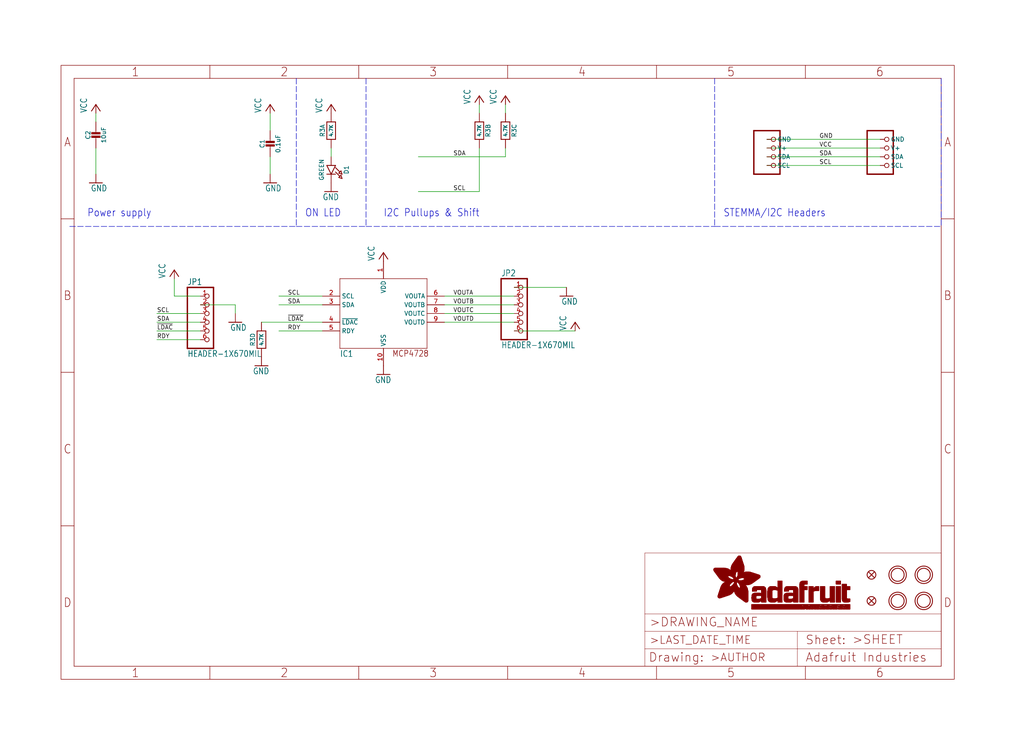
<source format=kicad_sch>
(kicad_sch (version 20211123) (generator eeschema)
  (paper "User" 298.45 217.881)
  (lib_symbols
    (symbol "eagleSchem-eagle-import:CAP_CERAMIC0603_NO"
      (property "Reference" "C" (at -2.29 1.25 90))
      (property "Value" "CAP_CERAMIC0603_NO" (at 2.3 1.25 90))
      (symbol "CAP_CERAMIC0603_NO_1_0"
        (pin passive line (at 0 5.08 270) (length 2.54) (name "1") (number "1"))
        (pin passive line (at 0 -2.54 90) (length 2.54) (name "2") (number "2"))
      )
    )
    (symbol "eagleSchem-eagle-import:CAP_CERAMIC0805-NOOUTLINE"
      (property "Reference" "C" (at -2.29 1.25 90))
      (property "Value" "CAP_CERAMIC0805-NOOUTLINE" (at 2.3 1.25 90))
      (symbol "CAP_CERAMIC0805-NOOUTLINE_1_0"
        (pin passive line (at 0 5.08 270) (length 2.54) (name "1") (number "1"))
        (pin passive line (at 0 -2.54 90) (length 2.54) (name "2") (number "2"))
      )
    )
    (symbol "eagleSchem-eagle-import:FIDUCIAL_1MM")
    (symbol "eagleSchem-eagle-import:FRAME_A4_ADAFRUIT"
      (symbol "FRAME_A4_ADAFRUIT_1_0"
        (text "1" (at 21.6958 1.905 0) (effects (font (size 2.54 2.286))))
        (text "1" (at 21.6958 177.165 0) (effects (font (size 2.54 2.286))))
        (text "2" (at 65.0875 1.905 0) (effects (font (size 2.54 2.286))))
        (text "2" (at 65.0875 177.165 0) (effects (font (size 2.54 2.286))))
        (text "3" (at 108.4792 1.905 0) (effects (font (size 2.54 2.286))))
        (text "3" (at 108.4792 177.165 0) (effects (font (size 2.54 2.286))))
        (text "4" (at 151.8708 1.905 0) (effects (font (size 2.54 2.286))))
        (text "4" (at 151.8708 177.165 0) (effects (font (size 2.54 2.286))))
        (text "5" (at 195.2625 1.905 0) (effects (font (size 2.54 2.286))))
        (text "5" (at 195.2625 177.165 0) (effects (font (size 2.54 2.286))))
        (text "6" (at 238.6542 1.905 0) (effects (font (size 2.54 2.286))))
        (text "6" (at 238.6542 177.165 0) (effects (font (size 2.54 2.286))))
        (text ">AUTHOR" (at 189.23 5.08 0) (effects (font (size 2.286 2.286)) (justify left bottom)))
        (text ">DRAWING_NAME" (at 171.45 15.24 0) (effects (font (size 2.54 2.54)) (justify left bottom)))
        (text ">LAST_DATE_TIME" (at 171.45 10.16 0) (effects (font (size 2.286 2.286)) (justify left bottom)))
        (text ">SHEET" (at 230.505 10.16 0) (effects (font (size 2.54 2.54)) (justify left bottom)))
        (text "A" (at 1.905 156.6863 0) (effects (font (size 2.54 2.286))))
        (text "A" (at 258.445 156.6863 0) (effects (font (size 2.54 2.286))))
        (text "Adafruit Industries" (at 216.916 4.953 0) (effects (font (size 2.54 2.54)) (justify left bottom)))
        (text "B" (at 1.905 111.9188 0) (effects (font (size 2.54 2.286))))
        (text "B" (at 258.445 111.9188 0) (effects (font (size 2.54 2.286))))
        (text "C" (at 1.905 67.1513 0) (effects (font (size 2.54 2.286))))
        (text "C" (at 258.445 67.1513 0) (effects (font (size 2.54 2.286))))
        (text "D" (at 1.905 22.3838 0) (effects (font (size 2.54 2.286))))
        (text "D" (at 258.445 22.3838 0) (effects (font (size 2.54 2.286))))
        (text "Drawing:" (at 171.196 4.953 0) (effects (font (size 2.54 2.54)) (justify left bottom)))
        (text "Sheet:" (at 216.916 10.033 0) (effects (font (size 2.54 2.54)) (justify left bottom)))
      )
    )
    (symbol "eagleSchem-eagle-import:GND" (power)
      (property "Value" "GND" (at -2.54 -2.54 0))
      (symbol "GND_1_0"
        (pin power_in line (at 0 2.54 270) (length 2.54) (name "GND") (number "1"))
      )
    )
    (symbol "eagleSchem-eagle-import:HEADER-1X670MIL"
      (property "Reference" "JP" (at -6.35 10.795 0))
      (property "Value" "HEADER-1X670MIL" (at -6.35 -10.16 0))
      (symbol "HEADER-1X670MIL_1_0"
        (pin passive inverted (at -2.54 7.62 0) (length 2.54) (name "1") (number "1"))
        (pin passive inverted (at -2.54 5.08 0) (length 2.54) (name "2") (number "2"))
        (pin passive inverted (at -2.54 2.54 0) (length 2.54) (name "3") (number "3"))
        (pin passive inverted (at -2.54 0 0) (length 2.54) (name "4") (number "4"))
        (pin passive inverted (at -2.54 -2.54 0) (length 2.54) (name "5") (number "5"))
        (pin passive inverted (at -2.54 -5.08 0) (length 2.54) (name "6") (number "6"))
      )
    )
    (symbol "eagleSchem-eagle-import:LED0603_NOOUTLINE"
      (property "Reference" "D" (at -1.27 4.445 0))
      (property "Value" "LED0603_NOOUTLINE" (at -1.27 -2.794 0))
      (symbol "LED0603_NOOUTLINE_1_0"
        (pin passive line (at -5.08 0 0) (length 2.54) (name "A") (number "A"))
        (pin passive line (at 2.54 0 180) (length 2.54) (name "C") (number "C"))
      )
    )
    (symbol "eagleSchem-eagle-import:MCP4728"
      (property "Reference" "IC" (at -12.7 -12.7 0))
      (symbol "MCP4728_1_0"
        (text "MCP4728" (at 2.54 -12.7 0) (effects (font (size 1.778 1.5113)) (justify left bottom)))
        (pin power_in line (at 0 15.24 270) (length 5.08) (name "VDD") (number "1"))
        (pin power_in line (at 0 -15.24 90) (length 5.08) (name "VSS") (number "10"))
        (pin bidirectional line (at -17.78 5.08 0) (length 5.08) (name "SCL") (number "2"))
        (pin bidirectional line (at -17.78 2.54 0) (length 5.08) (name "SDA") (number "3"))
        (pin input line (at -17.78 -2.54 0) (length 5.08) (name "~{LDAC}") (number "4"))
        (pin output line (at -17.78 -5.08 0) (length 5.08) (name "RDY") (number "5"))
        (pin output line (at 17.78 5.08 180) (length 5.08) (name "VOUTA") (number "6"))
        (pin output line (at 17.78 2.54 180) (length 5.08) (name "VOUTB") (number "7"))
        (pin output line (at 17.78 0 180) (length 5.08) (name "VOUTC") (number "8"))
        (pin output line (at 17.78 -2.54 180) (length 5.08) (name "VOUTD") (number "9"))
      )
    )
    (symbol "eagleSchem-eagle-import:MOUNTINGHOLE2.5")
    (symbol "eagleSchem-eagle-import:RESISTOR_4PACK"
      (property "Reference" "R" (at 0 2.54 0))
      (property "Value" "RESISTOR_4PACK" (at 0 0 0))
      (symbol "RESISTOR_4PACK_1_0"
        (pin passive line (at -5.08 0 0) (length 2.54) (name "1") (number "1"))
        (pin passive line (at 5.08 0 180) (length 2.54) (name "2") (number "8"))
      )
      (symbol "RESISTOR_4PACK_2_0"
        (pin passive line (at -5.08 0 0) (length 2.54) (name "1") (number "2"))
        (pin passive line (at 5.08 0 180) (length 2.54) (name "2") (number "7"))
      )
      (symbol "RESISTOR_4PACK_3_0"
        (pin passive line (at -5.08 0 0) (length 2.54) (name "1") (number "3"))
        (pin passive line (at 5.08 0 180) (length 2.54) (name "2") (number "6"))
      )
      (symbol "RESISTOR_4PACK_4_0"
        (pin passive line (at -5.08 0 0) (length 2.54) (name "1") (number "4"))
        (pin passive line (at 5.08 0 180) (length 2.54) (name "2") (number "5"))
      )
    )
    (symbol "eagleSchem-eagle-import:STEMMA_I2C_QT"
      (symbol "STEMMA_I2C_QT_1_0"
        (pin passive inverted (at 0 5.08 0) (length 2.54) (name "GND") (number "1"))
        (pin passive inverted (at 0 2.54 0) (length 2.54) (name "V+") (number "2"))
        (pin passive inverted (at 0 0 0) (length 2.54) (name "SDA") (number "3"))
        (pin passive inverted (at 0 -2.54 0) (length 2.54) (name "SCL") (number "4"))
      )
      (symbol "STEMMA_I2C_QT_2_0"
        (pin bidirectional line (at 0 0 0) (length 5.08) (name "MT") (number "MT1"))
      )
      (symbol "STEMMA_I2C_QT_3_0"
        (pin bidirectional line (at 0 0 0) (length 5.08) (name "MT") (number "MT2"))
      )
    )
    (symbol "eagleSchem-eagle-import:VCC" (power)
      (property "Value" "VCC" (at -2.54 -2.54 90))
      (symbol "VCC_1_0"
        (pin power_in line (at 0 -2.54 90) (length 2.54) (name "VCC") (number "1"))
      )
    )
  )
  (polyline (pts (xy 208.28 66.04) (xy 274.32 66.04)))
  (wire (pts (xy 139.7 30.48) (xy 139.7 33.02)))
  (wire (pts (xy 93.98 96.52) (xy 81.28 96.52)))
  (wire (pts (xy 147.32 33.02) (xy 147.32 30.48)))
  (wire (pts (xy 96.52 45.72) (xy 96.52 43.18)))
  (wire (pts (xy 81.28 88.9) (xy 93.98 88.9)))
  (wire (pts (xy 58.42 88.9) (xy 68.58 88.9)))
  (wire (pts (xy 223.52 48.26) (xy 256.54 48.26)))
  (wire (pts (xy 165.1 83.82) (xy 149.86 83.82)))
  (wire (pts (xy 27.94 50.8) (xy 27.94 43.18)))
  (wire (pts (xy 58.42 96.52) (xy 45.72 96.52)))
  (wire (pts (xy 50.8 86.36) (xy 50.8 81.28)))
  (polyline (pts (xy 20.32 66.04) (xy 86.36 66.04)))
  (wire (pts (xy 167.64 96.52) (xy 149.86 96.52)))
  (polyline (pts (xy 106.68 66.04) (xy 208.28 66.04)))
  (wire (pts (xy 58.42 86.36) (xy 50.8 86.36)))
  (polyline (pts (xy 274.32 22.86) (xy 274.32 66.04)))
  (polyline (pts (xy 86.36 22.86) (xy 86.36 66.04)))
  (wire (pts (xy 223.52 43.18) (xy 256.54 43.18)))
  (wire (pts (xy 93.98 86.36) (xy 81.28 86.36)))
  (wire (pts (xy 78.74 33.02) (xy 78.74 38.1)))
  (wire (pts (xy 93.98 93.98) (xy 76.2 93.98)))
  (wire (pts (xy 256.54 45.72) (xy 223.52 45.72)))
  (wire (pts (xy 256.54 40.64) (xy 223.52 40.64)))
  (wire (pts (xy 58.42 93.98) (xy 45.72 93.98)))
  (wire (pts (xy 68.58 88.9) (xy 68.58 91.44)))
  (wire (pts (xy 27.94 33.02) (xy 27.94 35.56)))
  (wire (pts (xy 149.86 86.36) (xy 129.54 86.36)))
  (wire (pts (xy 139.7 43.18) (xy 139.7 55.88)))
  (wire (pts (xy 149.86 93.98) (xy 129.54 93.98)))
  (polyline (pts (xy 86.36 66.04) (xy 106.68 66.04)))
  (wire (pts (xy 78.74 45.72) (xy 78.74 50.8)))
  (wire (pts (xy 139.7 55.88) (xy 121.92 55.88)))
  (wire (pts (xy 58.42 91.44) (xy 45.72 91.44)))
  (wire (pts (xy 147.32 45.72) (xy 121.92 45.72)))
  (polyline (pts (xy 106.68 22.86) (xy 106.68 66.04)))
  (wire (pts (xy 149.86 88.9) (xy 129.54 88.9)))
  (wire (pts (xy 149.86 91.44) (xy 129.54 91.44)))
  (wire (pts (xy 147.32 43.18) (xy 147.32 45.72)))
  (wire (pts (xy 58.42 99.06) (xy 45.72 99.06)))
  (polyline (pts (xy 208.28 22.86) (xy 208.28 66.04)))
  (text "ON LED" (at 88.9 63.5 180) (effects (font (size 2.1844 1.8567)) (justify left bottom)))
  (text "Power supply" (at 25.4 63.5 180) (effects (font (size 2.1844 1.8567)) (justify left bottom)))
  (text "I2C Pullups & Shift" (at 111.76 63.5 180) (effects (font (size 2.1844 1.8567)) (justify left bottom)))
  (text "STEMMA/I2C Headers" (at 210.82 63.5 180) (effects (font (size 2.1844 1.8567)) (justify left bottom)))
  (label "GND" (at 238.76 40.64 0) (effects (font (size 1.2446 1.2446))))
  (label "RDY" (at 83.82 96.52 0) (effects (font (size 1.2446 1.2446))))
  (label "SCL" (at 238.76 48.26 0) (effects (font (size 1.2446 1.2446))))
  (label "SCL" (at 132.08 55.88 0) (effects (font (size 1.2446 1.2446))))
  (label "VOUTB" (at 132.08 88.9 0) (effects (font (size 1.2446 1.2446))))
  (label "SCL" (at 83.82 86.36 0) (effects (font (size 1.2446 1.2446))))
  (label "VOUTC" (at 132.08 91.44 0) (effects (font (size 1.2446 1.2446))))
  (label "SCL" (at 45.72 91.44 0) (effects (font (size 1.2446 1.2446))))
  (label "VOUTA" (at 132.08 86.36 0) (effects (font (size 1.2446 1.2446))))
  (label "SDA" (at 45.72 93.98 0) (effects (font (size 1.2446 1.2446))))
  (label "SDA" (at 132.08 45.72 0) (effects (font (size 1.2446 1.2446))))
  (label "SDA" (at 238.76 45.72 0) (effects (font (size 1.2446 1.2446))))
  (label "VOUTD" (at 132.08 93.98 0) (effects (font (size 1.2446 1.2446))))
  (label "~{LDAC}" (at 45.72 96.52 0) (effects (font (size 1.2446 1.2446))))
  (label "RDY" (at 45.72 99.06 0) (effects (font (size 1.2446 1.2446))))
  (label "VCC" (at 238.76 43.18 0) (effects (font (size 1.2446 1.2446))))
  (label "~{LDAC}" (at 83.82 93.98 0) (effects (font (size 1.2446 1.2446))))
  (label "SDA" (at 83.82 88.9 0) (effects (font (size 1.2446 1.2446))))
  (symbol (lib_id "eagleSchem-eagle-import:VCC") (at 111.76 73.66 0) (unit 1)
    (property "Reference" "#P+7" (effects hide))
    (property "Value" "VCC" (at 109.22 76.2 90) (effects (font (size 1.778 1.5113)) (justify left bottom)))
    (property "Footprint" "eagleSchem:" (effects hide))
  )
  (symbol (lib_id "eagleSchem-eagle-import:FRAME_A4_ADAFRUIT") (at 17.78 198.12 0) (unit 1)
    (property "Reference" "#U$18" (effects hide))
    (property "Value" "FRAME_A4_ADAFRUIT" (effects hide))
    (property "Footprint" "eagleSchem:" (effects hide))
  )
  (symbol (lib_id "eagleSchem-eagle-import:LED0603_NOOUTLINE") (at 96.52 50.8 270) (unit 1)
    (property "Reference" "D1" (at 100.965 49.53 0))
    (property "Value" "GREEN" (at 93.726 49.53 0))
    (property "Footprint" "eagleSchem:CHIPLED_0603_NOOUTLINE" (effects hide))
  )
  (symbol (lib_id "eagleSchem-eagle-import:RESISTOR_4PACK") (at 147.32 38.1 270) (unit 3)
    (property "Reference" "R3" (at 149.86 38.1 0))
    (property "Value" "4.7K" (at 147.32 38.1 0) (effects (font (size 1.016 1.016) bold)))
    (property "Footprint" "eagleSchem:RESPACK_4X0603" (effects hide))
  )
  (symbol (lib_id "eagleSchem-eagle-import:GND") (at 111.76 109.22 0) (unit 1)
    (property "Reference" "#GND1" (effects hide))
    (property "Value" "GND" (at 109.22 111.76 0) (effects (font (size 1.778 1.5113)) (justify left bottom)))
    (property "Footprint" "eagleSchem:" (effects hide))
  )
  (symbol (lib_id "eagleSchem-eagle-import:VCC") (at 147.32 27.94 0) (unit 1)
    (property "Reference" "#P+2" (effects hide))
    (property "Value" "VCC" (at 144.78 30.48 90) (effects (font (size 1.778 1.5113)) (justify left bottom)))
    (property "Footprint" "eagleSchem:" (effects hide))
  )
  (symbol (lib_id "eagleSchem-eagle-import:RESISTOR_4PACK") (at 139.7 38.1 270) (unit 2)
    (property "Reference" "R3" (at 142.24 38.1 0))
    (property "Value" "4.7K" (at 139.7 38.1 0) (effects (font (size 1.016 1.016) bold)))
    (property "Footprint" "eagleSchem:RESPACK_4X0603" (effects hide))
  )
  (symbol (lib_id "eagleSchem-eagle-import:GND") (at 96.52 55.88 0) (unit 1)
    (property "Reference" "#GND6" (effects hide))
    (property "Value" "GND" (at 93.98 58.42 0) (effects (font (size 1.778 1.5113)) (justify left bottom)))
    (property "Footprint" "eagleSchem:" (effects hide))
  )
  (symbol (lib_id "eagleSchem-eagle-import:CAP_CERAMIC0603_NO") (at 78.74 43.18 0) (unit 1)
    (property "Reference" "C1" (at 76.45 41.93 90))
    (property "Value" "0.1uF" (at 81.04 41.93 90))
    (property "Footprint" "eagleSchem:0603-NO" (effects hide))
  )
  (symbol (lib_id "eagleSchem-eagle-import:RESISTOR_4PACK") (at 96.52 38.1 90) (unit 1)
    (property "Reference" "R3" (at 93.98 38.1 0))
    (property "Value" "4.7K" (at 96.52 38.1 0) (effects (font (size 1.016 1.016) bold)))
    (property "Footprint" "eagleSchem:RESPACK_4X0603" (effects hide))
  )
  (symbol (lib_id "eagleSchem-eagle-import:STEMMA_I2C_QT") (at 223.52 45.72 0) (unit 1)
    (property "Reference" "CONN3" (effects hide))
    (property "Value" "STEMMA_I2C_QT" (effects hide))
    (property "Footprint" "eagleSchem:JST_SH4" (effects hide))
  )
  (symbol (lib_id "eagleSchem-eagle-import:MOUNTINGHOLE2.5") (at 261.62 175.26 0) (unit 1)
    (property "Reference" "U$1" (effects hide))
    (property "Value" "MOUNTINGHOLE2.5" (effects hide))
    (property "Footprint" "eagleSchem:MOUNTINGHOLE_2.5_PLATED" (effects hide))
  )
  (symbol (lib_id "eagleSchem-eagle-import:RESISTOR_4PACK") (at 76.2 99.06 90) (unit 4)
    (property "Reference" "R3" (at 73.66 99.06 0))
    (property "Value" "4.7K" (at 76.2 99.06 0) (effects (font (size 1.016 1.016) bold)))
    (property "Footprint" "eagleSchem:RESPACK_4X0603" (effects hide))
  )
  (symbol (lib_id "eagleSchem-eagle-import:MOUNTINGHOLE2.5") (at 269.24 175.26 0) (unit 1)
    (property "Reference" "U$21" (effects hide))
    (property "Value" "MOUNTINGHOLE2.5" (effects hide))
    (property "Footprint" "eagleSchem:MOUNTINGHOLE_2.5_PLATED" (effects hide))
  )
  (symbol (lib_id "eagleSchem-eagle-import:VCC") (at 50.8 78.74 0) (unit 1)
    (property "Reference" "#P+4" (effects hide))
    (property "Value" "VCC" (at 48.26 81.28 90) (effects (font (size 1.778 1.5113)) (justify left bottom)))
    (property "Footprint" "eagleSchem:" (effects hide))
  )
  (symbol (lib_id "eagleSchem-eagle-import:FIDUCIAL_1MM") (at 254 167.64 0) (unit 1)
    (property "Reference" "FID4" (effects hide))
    (property "Value" "FIDUCIAL_1MM" (effects hide))
    (property "Footprint" "eagleSchem:FIDUCIAL_1MM" (effects hide))
  )
  (symbol (lib_id "eagleSchem-eagle-import:GND") (at 78.74 53.34 0) (unit 1)
    (property "Reference" "#U$6" (effects hide))
    (property "Value" "GND" (at 77.216 55.88 0) (effects (font (size 1.778 1.5113)) (justify left bottom)))
    (property "Footprint" "eagleSchem:" (effects hide))
  )
  (symbol (lib_id "eagleSchem-eagle-import:HEADER-1X670MIL") (at 60.96 93.98 0) (unit 1)
    (property "Reference" "JP1" (at 54.61 83.185 0) (effects (font (size 1.778 1.5113)) (justify left bottom)))
    (property "Value" "HEADER-1X670MIL" (at 54.61 104.14 0) (effects (font (size 1.778 1.5113)) (justify left bottom)))
    (property "Footprint" "eagleSchem:1X06_ROUND_70" (effects hide))
  )
  (symbol (lib_id "eagleSchem-eagle-import:CAP_CERAMIC0805-NOOUTLINE") (at 27.94 40.64 0) (unit 1)
    (property "Reference" "C2" (at 25.65 39.39 90))
    (property "Value" "10uF" (at 30.24 39.39 90))
    (property "Footprint" "eagleSchem:0805-NO" (effects hide))
  )
  (symbol (lib_id "eagleSchem-eagle-import:MCP4728") (at 111.76 91.44 0) (unit 1)
    (property "Reference" "IC1" (at 99.06 104.14 0) (effects (font (size 1.778 1.5113)) (justify left bottom)))
    (property "Value" "MCP4728" (effects hide))
    (property "Footprint" "eagleSchem:MSOP10" (effects hide))
  )
  (symbol (lib_id "eagleSchem-eagle-import:VCC") (at 167.64 93.98 0) (unit 1)
    (property "Reference" "#P+8" (effects hide))
    (property "Value" "VCC" (at 165.1 96.52 90) (effects (font (size 1.778 1.5113)) (justify left bottom)))
    (property "Footprint" "eagleSchem:" (effects hide))
  )
  (symbol (lib_id "eagleSchem-eagle-import:VCC") (at 96.52 30.48 0) (unit 1)
    (property "Reference" "#P+6" (effects hide))
    (property "Value" "VCC" (at 93.98 33.02 90) (effects (font (size 1.778 1.5113)) (justify left bottom)))
    (property "Footprint" "eagleSchem:" (effects hide))
  )
  (symbol (lib_id "eagleSchem-eagle-import:MOUNTINGHOLE2.5") (at 261.62 167.64 0) (unit 1)
    (property "Reference" "U$17" (effects hide))
    (property "Value" "MOUNTINGHOLE2.5" (effects hide))
    (property "Footprint" "eagleSchem:MOUNTINGHOLE_2.5_PLATED" (effects hide))
  )
  (symbol (lib_id "eagleSchem-eagle-import:GND") (at 165.1 86.36 0) (unit 1)
    (property "Reference" "#U$2" (effects hide))
    (property "Value" "GND" (at 163.576 88.9 0) (effects (font (size 1.778 1.5113)) (justify left bottom)))
    (property "Footprint" "eagleSchem:" (effects hide))
  )
  (symbol (lib_id "eagleSchem-eagle-import:VCC") (at 27.94 30.48 0) (unit 1)
    (property "Reference" "#P+3" (effects hide))
    (property "Value" "VCC" (at 25.4 33.02 90) (effects (font (size 1.778 1.5113)) (justify left bottom)))
    (property "Footprint" "eagleSchem:" (effects hide))
  )
  (symbol (lib_id "eagleSchem-eagle-import:GND") (at 76.2 106.68 0) (unit 1)
    (property "Reference" "#GND2" (effects hide))
    (property "Value" "GND" (at 73.66 109.22 0) (effects (font (size 1.778 1.5113)) (justify left bottom)))
    (property "Footprint" "eagleSchem:" (effects hide))
  )
  (symbol (lib_id "eagleSchem-eagle-import:GND") (at 68.58 93.98 0) (unit 1)
    (property "Reference" "#U$10" (effects hide))
    (property "Value" "GND" (at 67.056 96.52 0) (effects (font (size 1.778 1.5113)) (justify left bottom)))
    (property "Footprint" "eagleSchem:" (effects hide))
  )
  (symbol (lib_id "eagleSchem-eagle-import:VCC") (at 78.74 30.48 0) (unit 1)
    (property "Reference" "#P+5" (effects hide))
    (property "Value" "VCC" (at 76.2 33.02 90) (effects (font (size 1.778 1.5113)) (justify left bottom)))
    (property "Footprint" "eagleSchem:" (effects hide))
  )
  (symbol (lib_id "eagleSchem-eagle-import:MOUNTINGHOLE2.5") (at 269.24 167.64 0) (unit 1)
    (property "Reference" "U$19" (effects hide))
    (property "Value" "MOUNTINGHOLE2.5" (effects hide))
    (property "Footprint" "eagleSchem:MOUNTINGHOLE_2.5_PLATED" (effects hide))
  )
  (symbol (lib_id "eagleSchem-eagle-import:STEMMA_I2C_QT") (at 256.54 45.72 0) (unit 1)
    (property "Reference" "CONN4" (effects hide))
    (property "Value" "STEMMA_I2C_QT" (effects hide))
    (property "Footprint" "eagleSchem:JST_SH4" (effects hide))
  )
  (symbol (lib_id "eagleSchem-eagle-import:FIDUCIAL_1MM") (at 254 175.26 0) (unit 1)
    (property "Reference" "FID3" (effects hide))
    (property "Value" "FIDUCIAL_1MM" (effects hide))
    (property "Footprint" "eagleSchem:FIDUCIAL_1MM" (effects hide))
  )
  (symbol (lib_id "eagleSchem-eagle-import:VCC") (at 139.7 27.94 0) (unit 1)
    (property "Reference" "#P+1" (effects hide))
    (property "Value" "VCC" (at 137.16 30.48 90) (effects (font (size 1.778 1.5113)) (justify left bottom)))
    (property "Footprint" "eagleSchem:" (effects hide))
  )
  (symbol (lib_id "eagleSchem-eagle-import:HEADER-1X670MIL") (at 152.4 91.44 0) (unit 1)
    (property "Reference" "JP2" (at 146.05 80.645 0) (effects (font (size 1.778 1.5113)) (justify left bottom)))
    (property "Value" "HEADER-1X670MIL" (at 146.05 101.6 0) (effects (font (size 1.778 1.5113)) (justify left bottom)))
    (property "Footprint" "eagleSchem:1X06_ROUND_70" (effects hide))
  )
  (symbol (lib_id "eagleSchem-eagle-import:GND") (at 27.94 53.34 0) (unit 1)
    (property "Reference" "#U$13" (effects hide))
    (property "Value" "GND" (at 26.416 55.88 0) (effects (font (size 1.778 1.5113)) (justify left bottom)))
    (property "Footprint" "eagleSchem:" (effects hide))
  )
)
</source>
